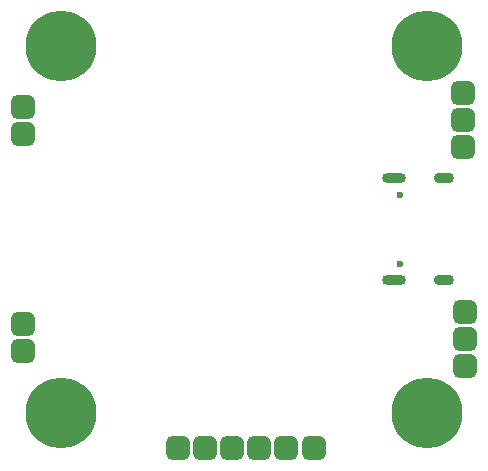
<source format=gbr>
%TF.GenerationSoftware,KiCad,Pcbnew,(6.0.0)*%
%TF.CreationDate,2022-08-29T11:56:51+07:00*%
%TF.ProjectId,FlightBit,466c6967-6874-4426-9974-2e6b69636164,rev?*%
%TF.SameCoordinates,Original*%
%TF.FileFunction,Soldermask,Bot*%
%TF.FilePolarity,Negative*%
%FSLAX46Y46*%
G04 Gerber Fmt 4.6, Leading zero omitted, Abs format (unit mm)*
G04 Created by KiCad (PCBNEW (6.0.0)) date 2022-08-29 11:56:51*
%MOMM*%
%LPD*%
G01*
G04 APERTURE LIST*
G04 Aperture macros list*
%AMRoundRect*
0 Rectangle with rounded corners*
0 $1 Rounding radius*
0 $2 $3 $4 $5 $6 $7 $8 $9 X,Y pos of 4 corners*
0 Add a 4 corners polygon primitive as box body*
4,1,4,$2,$3,$4,$5,$6,$7,$8,$9,$2,$3,0*
0 Add four circle primitives for the rounded corners*
1,1,$1+$1,$2,$3*
1,1,$1+$1,$4,$5*
1,1,$1+$1,$6,$7*
1,1,$1+$1,$8,$9*
0 Add four rect primitives between the rounded corners*
20,1,$1+$1,$2,$3,$4,$5,0*
20,1,$1+$1,$4,$5,$6,$7,0*
20,1,$1+$1,$6,$7,$8,$9,0*
20,1,$1+$1,$8,$9,$2,$3,0*%
G04 Aperture macros list end*
%ADD10RoundRect,0.500000X-0.500000X-0.500000X0.500000X-0.500000X0.500000X0.500000X-0.500000X0.500000X0*%
%ADD11RoundRect,0.500000X-0.500000X0.500000X-0.500000X-0.500000X0.500000X-0.500000X0.500000X0.500000X0*%
%ADD12C,0.600000*%
%ADD13O,2.000000X0.900000*%
%ADD14O,1.700000X0.900000*%
%ADD15C,6.000000*%
%ADD16RoundRect,0.500000X0.500000X0.500000X-0.500000X0.500000X-0.500000X-0.500000X0.500000X-0.500000X0*%
G04 APERTURE END LIST*
D10*
%TO.C,J3*%
X158400000Y-108772000D03*
X158400000Y-106486000D03*
X158400000Y-104200000D03*
%TD*%
D11*
%TO.C,J4*%
X134068000Y-115700000D03*
X136354000Y-115700000D03*
X138640000Y-115700000D03*
X140926000Y-115700000D03*
X143258000Y-115700000D03*
X145558000Y-115700000D03*
%TD*%
D12*
%TO.C,J2*%
X152875000Y-94310000D03*
X152875000Y-100090000D03*
D13*
X152395000Y-92880000D03*
X152395000Y-101520000D03*
D14*
X156565000Y-92880000D03*
X156565000Y-101520000D03*
%TD*%
D15*
%TO.C,H2*%
X124200000Y-81700000D03*
%TD*%
%TO.C,H4*%
X124200000Y-112700000D03*
%TD*%
%TO.C,H3*%
X155200000Y-81700000D03*
%TD*%
D16*
%TO.C,J1*%
X158200000Y-85628000D03*
X158200000Y-87914000D03*
X158200000Y-90200000D03*
%TD*%
D10*
%TO.C,J5*%
X121000000Y-89143000D03*
X121000000Y-86857000D03*
%TD*%
D15*
%TO.C,H1*%
X155200000Y-112700000D03*
%TD*%
D16*
%TO.C,J6*%
X121000000Y-105200000D03*
X121000000Y-107486000D03*
%TD*%
M02*

</source>
